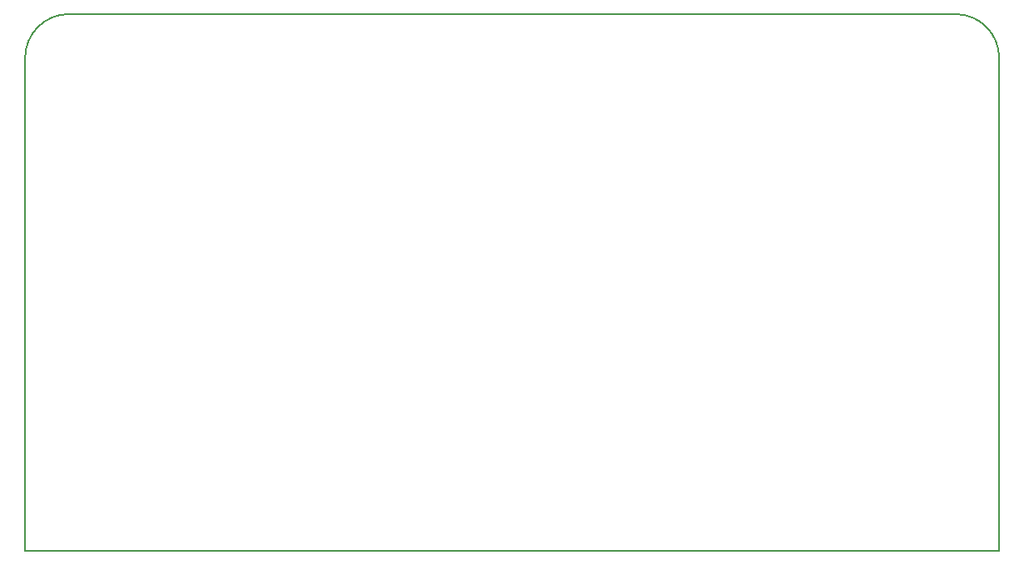
<source format=gm1>
G04 #@! TF.FileFunction,Profile,NP*
%FSLAX46Y46*%
G04 Gerber Fmt 4.6, Leading zero omitted, Abs format (unit mm)*
G04 Created by KiCad (PCBNEW 4.0.7) date 01/25/20 16:01:31*
%MOMM*%
%LPD*%
G01*
G04 APERTURE LIST*
%ADD10C,0.100000*%
%ADD11C,0.150000*%
G04 APERTURE END LIST*
D10*
D11*
X95250000Y-105410000D02*
X95250000Y-98425000D01*
X194310000Y-105410000D02*
X194310000Y-98425000D01*
X95250000Y-105410000D02*
X95250000Y-106680000D01*
X194310000Y-106680000D02*
X194310000Y-105410000D01*
X95250000Y-148590000D02*
X95250000Y-106680000D01*
X194310000Y-106680000D02*
X194310000Y-148590000D01*
X194310000Y-98425000D02*
G75*
G03X189865000Y-93980000I-4445000J0D01*
G01*
X189865000Y-93980000D02*
X99695000Y-93980000D01*
X99695000Y-93980000D02*
G75*
G03X95250000Y-98425000I0J-4445000D01*
G01*
X194310000Y-148590000D02*
X95250000Y-148590000D01*
M02*

</source>
